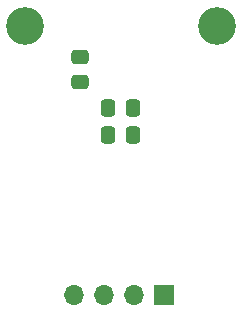
<source format=gbr>
%TF.GenerationSoftware,KiCad,Pcbnew,8.0.1-8.0.1-1~ubuntu22.04.1*%
%TF.CreationDate,2024-04-28T16:40:35+01:00*%
%TF.ProjectId,tps54202_inverting_breakout,74707335-3432-4303-925f-696e76657274,A*%
%TF.SameCoordinates,Original*%
%TF.FileFunction,Soldermask,Bot*%
%TF.FilePolarity,Negative*%
%FSLAX46Y46*%
G04 Gerber Fmt 4.6, Leading zero omitted, Abs format (unit mm)*
G04 Created by KiCad (PCBNEW 8.0.1-8.0.1-1~ubuntu22.04.1) date 2024-04-28 16:40:35*
%MOMM*%
%LPD*%
G01*
G04 APERTURE LIST*
G04 Aperture macros list*
%AMRoundRect*
0 Rectangle with rounded corners*
0 $1 Rounding radius*
0 $2 $3 $4 $5 $6 $7 $8 $9 X,Y pos of 4 corners*
0 Add a 4 corners polygon primitive as box body*
4,1,4,$2,$3,$4,$5,$6,$7,$8,$9,$2,$3,0*
0 Add four circle primitives for the rounded corners*
1,1,$1+$1,$2,$3*
1,1,$1+$1,$4,$5*
1,1,$1+$1,$6,$7*
1,1,$1+$1,$8,$9*
0 Add four rect primitives between the rounded corners*
20,1,$1+$1,$2,$3,$4,$5,0*
20,1,$1+$1,$4,$5,$6,$7,0*
20,1,$1+$1,$6,$7,$8,$9,0*
20,1,$1+$1,$8,$9,$2,$3,0*%
G04 Aperture macros list end*
%ADD10C,3.200000*%
%ADD11R,1.700000X1.700000*%
%ADD12O,1.700000X1.700000*%
%ADD13RoundRect,0.250000X-0.475000X0.337500X-0.475000X-0.337500X0.475000X-0.337500X0.475000X0.337500X0*%
%ADD14RoundRect,0.250000X0.337500X0.475000X-0.337500X0.475000X-0.337500X-0.475000X0.337500X-0.475000X0*%
G04 APERTURE END LIST*
D10*
%TO.C,H1*%
X188722000Y-83312000D03*
%TD*%
D11*
%TO.C,J1*%
X200523000Y-106045000D03*
D12*
X197983000Y-106045000D03*
X195443000Y-106045000D03*
X192903000Y-106045000D03*
%TD*%
D10*
%TO.C,H2*%
X204978000Y-83312000D03*
%TD*%
D13*
%TO.C,C9*%
X193421000Y-85951500D03*
X193421000Y-88026500D03*
%TD*%
D14*
%TO.C,C8*%
X197866000Y-92577000D03*
X195791000Y-92577000D03*
%TD*%
%TO.C,C7*%
X197866000Y-90265600D03*
X195791000Y-90265600D03*
%TD*%
M02*

</source>
